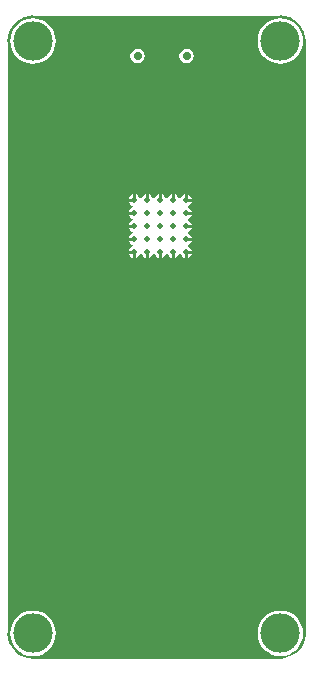
<source format=gbl>
G04*
G04 #@! TF.GenerationSoftware,Altium Limited,Altium Designer,20.0.9 (164)*
G04*
G04 Layer_Physical_Order=2*
G04 Layer_Color=16711680*
%FSLAX25Y25*%
%MOIN*%
G70*
G01*
G75*
%ADD40C,0.02756*%
%ADD41C,0.01968*%
%ADD42C,0.13123*%
G36*
X193961Y315824D02*
X195600Y315327D01*
X197110Y314520D01*
X198378Y313480D01*
X198419Y313419D01*
X198480Y313378D01*
X199520Y312110D01*
X200327Y310600D01*
X200824Y308961D01*
X200985Y307330D01*
X200971Y307257D01*
Y109536D01*
X200979Y109491D01*
X200849Y108166D01*
X200449Y106849D01*
X199801Y105636D01*
X198956Y104607D01*
X198919Y104581D01*
X198895Y104546D01*
X197682Y103510D01*
X196286Y102655D01*
X194774Y102028D01*
X193182Y101646D01*
X191592Y101521D01*
X191550Y101529D01*
X110243D01*
X110170Y101515D01*
X108539Y101676D01*
X106900Y102173D01*
X105390Y102980D01*
X104122Y104020D01*
X104081Y104081D01*
X104020Y104122D01*
X102980Y105390D01*
X102173Y106900D01*
X101676Y108539D01*
X101515Y110170D01*
X101529Y110243D01*
Y301000D01*
Y307257D01*
X101515Y307330D01*
X101676Y308961D01*
X102173Y310600D01*
X102980Y312110D01*
X104020Y313378D01*
X104081Y313419D01*
X104122Y313480D01*
X105390Y314520D01*
X106900Y315327D01*
X108539Y315824D01*
X110170Y315985D01*
X110243Y315971D01*
X192257D01*
X192330Y315985D01*
X193961Y315824D01*
D02*
G37*
%LPC*%
G36*
X161250Y304925D02*
X160322Y304740D01*
X159536Y304214D01*
X159010Y303428D01*
X158826Y302500D01*
X159010Y301572D01*
X159536Y300786D01*
X160322Y300260D01*
X161250Y300076D01*
X162178Y300260D01*
X162964Y300786D01*
X163490Y301572D01*
X163674Y302500D01*
X163490Y303428D01*
X162964Y304214D01*
X162178Y304740D01*
X161250Y304925D01*
D02*
G37*
G36*
X144911D02*
X143984Y304740D01*
X143197Y304214D01*
X142671Y303428D01*
X142487Y302500D01*
X142671Y301572D01*
X143197Y300786D01*
X143984Y300260D01*
X144911Y300076D01*
X145839Y300260D01*
X146626Y300786D01*
X147151Y301572D01*
X147336Y302500D01*
X147151Y303428D01*
X146626Y304214D01*
X145839Y304740D01*
X144911Y304925D01*
D02*
G37*
G36*
X192500Y315098D02*
X191018Y314952D01*
X189592Y314520D01*
X188279Y313818D01*
X187127Y312873D01*
X186182Y311721D01*
X185480Y310408D01*
X185048Y308982D01*
X184902Y307500D01*
X185048Y306018D01*
X185480Y304592D01*
X186182Y303279D01*
X187127Y302127D01*
X188279Y301182D01*
X189592Y300480D01*
X191018Y300048D01*
X192500Y299902D01*
X193982Y300048D01*
X195408Y300480D01*
X196721Y301182D01*
X197873Y302127D01*
X198818Y303279D01*
X199520Y304592D01*
X199952Y306018D01*
X200098Y307500D01*
X199952Y308982D01*
X199520Y310408D01*
X198818Y311721D01*
X197873Y312873D01*
X196721Y313818D01*
X195408Y314520D01*
X193982Y314952D01*
X192500Y315098D01*
D02*
G37*
G36*
X110000D02*
X108518Y314952D01*
X107092Y314520D01*
X105779Y313818D01*
X104627Y312873D01*
X103682Y311721D01*
X102980Y310408D01*
X102548Y308982D01*
X102402Y307500D01*
X102548Y306018D01*
X102980Y304592D01*
X103682Y303279D01*
X104627Y302127D01*
X105779Y301182D01*
X107092Y300480D01*
X108518Y300048D01*
X110000Y299902D01*
X111482Y300048D01*
X112908Y300480D01*
X114221Y301182D01*
X115373Y302127D01*
X116318Y303279D01*
X117020Y304592D01*
X117452Y306018D01*
X117598Y307500D01*
X117452Y308982D01*
X117020Y310408D01*
X116318Y311721D01*
X115373Y312873D01*
X114221Y313818D01*
X112908Y314520D01*
X111482Y314952D01*
X110000Y315098D01*
D02*
G37*
G36*
X160583Y256372D02*
X160309Y256318D01*
X159652Y255879D01*
X159214Y255223D01*
X159172Y255015D01*
X158662D01*
X158621Y255223D01*
X158183Y255879D01*
X157526Y256318D01*
X157252Y256372D01*
Y254449D01*
X156252D01*
Y256372D01*
X155978Y256318D01*
X155321Y255879D01*
X154883Y255223D01*
X154841Y255015D01*
X154332D01*
X154290Y255223D01*
X153852Y255879D01*
X153196Y256318D01*
X152921Y256372D01*
Y254449D01*
X151921D01*
Y256372D01*
X151647Y256318D01*
X150991Y255879D01*
X150552Y255223D01*
X150511Y255015D01*
X150001D01*
X149960Y255223D01*
X149521Y255879D01*
X148865Y256318D01*
X148591Y256372D01*
Y254449D01*
X147591D01*
Y256372D01*
X147316Y256318D01*
X146660Y255879D01*
X146221Y255223D01*
X146180Y255015D01*
X145670D01*
X145629Y255223D01*
X145190Y255879D01*
X144534Y256318D01*
X144260Y256372D01*
Y254449D01*
X143760D01*
Y253949D01*
X141836D01*
X141891Y253675D01*
X142329Y253018D01*
X142986Y252580D01*
X143193Y252538D01*
Y252029D01*
X142986Y251987D01*
X142329Y251549D01*
X141891Y250892D01*
X141836Y250618D01*
X143760D01*
Y249618D01*
X141836D01*
X141891Y249344D01*
X142329Y248688D01*
X142986Y248249D01*
X143193Y248208D01*
Y247698D01*
X142986Y247656D01*
X142329Y247218D01*
X141891Y246562D01*
X141836Y246287D01*
X143760D01*
Y245287D01*
X141836D01*
X141891Y245013D01*
X142329Y244357D01*
X142986Y243918D01*
X143193Y243877D01*
Y243367D01*
X142986Y243326D01*
X142329Y242887D01*
X141891Y242231D01*
X141836Y241957D01*
X143760D01*
Y240957D01*
X141836D01*
X141891Y240683D01*
X142329Y240026D01*
X142986Y239588D01*
X143193Y239546D01*
Y239036D01*
X142986Y238995D01*
X142329Y238557D01*
X141891Y237900D01*
X141836Y237626D01*
X143760D01*
Y237126D01*
X144260D01*
Y235202D01*
X144534Y235257D01*
X145190Y235695D01*
X145629Y236352D01*
X145670Y236560D01*
X146180D01*
X146221Y236352D01*
X146660Y235695D01*
X147316Y235257D01*
X147591Y235202D01*
Y237126D01*
X148591D01*
Y235202D01*
X148865Y235257D01*
X149521Y235695D01*
X149960Y236352D01*
X150001Y236560D01*
X150511D01*
X150552Y236352D01*
X150991Y235695D01*
X151647Y235257D01*
X151921Y235202D01*
Y237126D01*
X152921D01*
Y235202D01*
X153196Y235257D01*
X153852Y235695D01*
X154290Y236352D01*
X154332Y236560D01*
X154841D01*
X154883Y236352D01*
X155321Y235695D01*
X155978Y235257D01*
X156252Y235202D01*
Y237126D01*
X157252D01*
Y235202D01*
X157526Y235257D01*
X158183Y235695D01*
X158621Y236352D01*
X158662Y236560D01*
X159172D01*
X159214Y236352D01*
X159652Y235695D01*
X160309Y235257D01*
X160583Y235202D01*
Y237126D01*
X161083D01*
Y237626D01*
X163006D01*
X162952Y237900D01*
X162513Y238557D01*
X161857Y238995D01*
X161649Y239036D01*
Y239546D01*
X161857Y239588D01*
X162513Y240026D01*
X162952Y240683D01*
X163006Y240957D01*
X161083D01*
Y241957D01*
X163006D01*
X162952Y242231D01*
X162513Y242887D01*
X161857Y243326D01*
X161649Y243367D01*
Y243877D01*
X161857Y243918D01*
X162513Y244357D01*
X162952Y245013D01*
X163006Y245287D01*
X161083D01*
Y246287D01*
X163006D01*
X162952Y246562D01*
X162513Y247218D01*
X161857Y247656D01*
X161649Y247698D01*
Y248208D01*
X161857Y248249D01*
X162513Y248688D01*
X162952Y249344D01*
X163006Y249618D01*
X161083D01*
Y250618D01*
X163006D01*
X162952Y250892D01*
X162513Y251549D01*
X161857Y251987D01*
X161649Y252029D01*
Y252538D01*
X161857Y252580D01*
X162513Y253018D01*
X162952Y253675D01*
X163006Y253949D01*
X161083D01*
Y254449D01*
X160583D01*
Y256372D01*
D02*
G37*
G36*
X161583D02*
Y254949D01*
X163006D01*
X162952Y255223D01*
X162513Y255879D01*
X161857Y256318D01*
X161583Y256372D01*
D02*
G37*
G36*
X143260D02*
X142986Y256318D01*
X142329Y255879D01*
X141891Y255223D01*
X141836Y254949D01*
X143260D01*
Y256372D01*
D02*
G37*
G36*
X163006Y236626D02*
X161583D01*
Y235202D01*
X161857Y235257D01*
X162513Y235695D01*
X162952Y236352D01*
X163006Y236626D01*
D02*
G37*
G36*
X143260D02*
X141836D01*
X141891Y236352D01*
X142329Y235695D01*
X142986Y235257D01*
X143260Y235202D01*
Y236626D01*
D02*
G37*
G36*
X192500Y117598D02*
X191018Y117452D01*
X189592Y117020D01*
X188279Y116318D01*
X187127Y115373D01*
X186182Y114221D01*
X185480Y112908D01*
X185048Y111482D01*
X184902Y110000D01*
X185048Y108518D01*
X185480Y107092D01*
X186182Y105779D01*
X187127Y104627D01*
X188279Y103682D01*
X189592Y102980D01*
X191018Y102548D01*
X192500Y102402D01*
X193982Y102548D01*
X195408Y102980D01*
X196721Y103682D01*
X197873Y104627D01*
X198818Y105779D01*
X199520Y107092D01*
X199952Y108518D01*
X200098Y110000D01*
X199952Y111482D01*
X199520Y112908D01*
X198818Y114221D01*
X197873Y115373D01*
X196721Y116318D01*
X195408Y117020D01*
X193982Y117452D01*
X192500Y117598D01*
D02*
G37*
G36*
X110000D02*
X108518Y117452D01*
X107092Y117020D01*
X105779Y116318D01*
X104627Y115373D01*
X103682Y114221D01*
X102980Y112908D01*
X102548Y111482D01*
X102402Y110000D01*
X102548Y108518D01*
X102980Y107092D01*
X103682Y105779D01*
X104627Y104627D01*
X105779Y103682D01*
X107092Y102980D01*
X108518Y102548D01*
X110000Y102402D01*
X111482Y102548D01*
X112908Y102980D01*
X114221Y103682D01*
X115373Y104627D01*
X116318Y105779D01*
X117020Y107092D01*
X117452Y108518D01*
X117598Y110000D01*
X117452Y111482D01*
X117020Y112908D01*
X116318Y114221D01*
X115373Y115373D01*
X114221Y116318D01*
X112908Y117020D01*
X111482Y117452D01*
X110000Y117598D01*
D02*
G37*
%LPD*%
D40*
X144911Y302500D02*
D03*
X161250D02*
D03*
D41*
X143760Y237126D02*
D03*
Y241457D02*
D03*
Y245787D02*
D03*
Y250118D02*
D03*
Y254449D02*
D03*
X148091Y237126D02*
D03*
Y241457D02*
D03*
Y245787D02*
D03*
Y250118D02*
D03*
Y254449D02*
D03*
X152421Y237126D02*
D03*
Y241457D02*
D03*
Y245787D02*
D03*
Y250118D02*
D03*
Y254449D02*
D03*
X156752Y237126D02*
D03*
Y241457D02*
D03*
Y245787D02*
D03*
Y250118D02*
D03*
Y254449D02*
D03*
X161083Y237126D02*
D03*
Y241457D02*
D03*
Y245787D02*
D03*
Y250118D02*
D03*
Y254449D02*
D03*
D42*
X110000Y307500D02*
D03*
X192500D02*
D03*
Y110000D02*
D03*
X110000D02*
D03*
M02*

</source>
